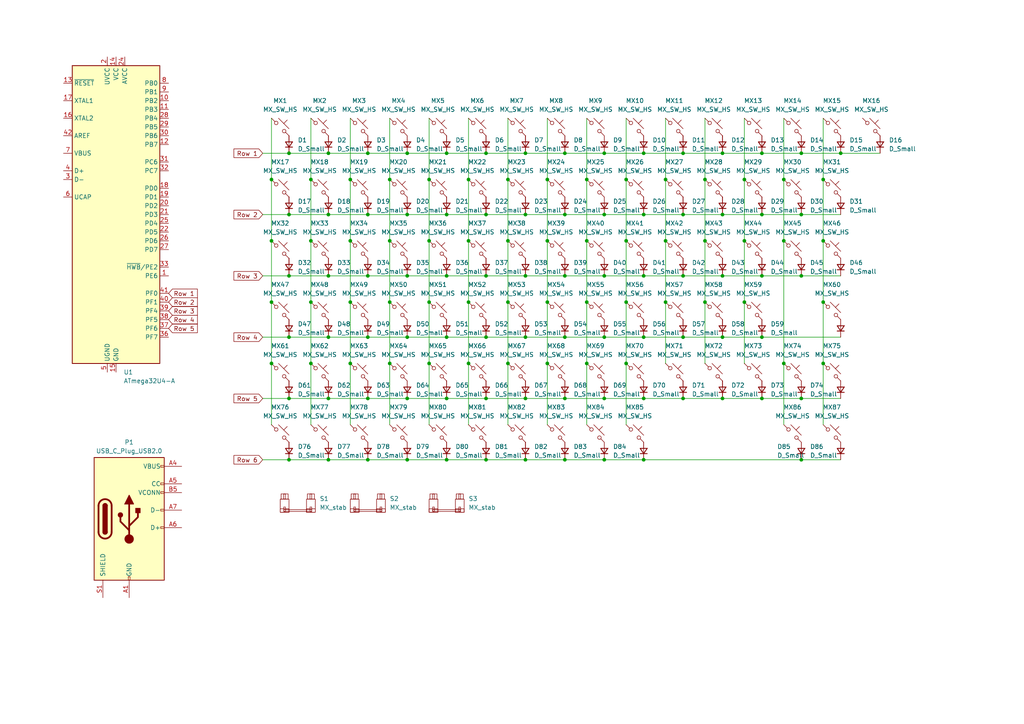
<source format=kicad_sch>
(kicad_sch (version 20230121) (generator eeschema)
  (paper "A4")
  (junction (at 163.83 97.79))
  (junction (at 118.11 133.35))
  (junction (at 181.61 69.85))
  (junction (at 147.32 105.41))
  (junction (at 83.82 133.35))
  (junction (at 175.26 97.79))
  (junction (at 163.83 115.57))
  (junction (at 193.04 69.85))
  (junction (at 204.47 69.85))
  (junction (at 232.41 115.57))
  (junction (at 113.03 87.63))
  (junction (at 186.69 44.45))
  (junction (at 140.97 115.57))
  (junction (at 90.17 69.85))
  (junction (at 140.97 44.45))
  (junction (at 220.98 115.57))
  (junction (at 129.54 80.01))
  (junction (at 147.32 52.07))
  (junction (at 215.9 87.63))
  (junction (at 118.11 80.01))
  (junction (at 83.82 62.23))
  (junction (at 118.11 62.23))
  (junction (at 204.47 52.07))
  (junction (at 95.25 80.01))
  (junction (at 232.41 62.23))
  (junction (at 209.55 80.01))
  (junction (at 170.18 52.07))
  (junction (at 227.33 69.85))
  (junction (at 106.68 44.45))
  (junction (at 215.9 52.07))
  (junction (at 113.03 52.07))
  (junction (at 198.12 62.23))
  (junction (at 124.46 69.85))
  (junction (at 90.17 52.07))
  (junction (at 163.83 44.45))
  (junction (at 175.26 62.23))
  (junction (at 95.25 133.35))
  (junction (at 232.41 133.35))
  (junction (at 95.25 115.57))
  (junction (at 186.69 62.23))
  (junction (at 106.68 133.35))
  (junction (at 135.89 87.63))
  (junction (at 140.97 80.01))
  (junction (at 124.46 105.41))
  (junction (at 118.11 44.45))
  (junction (at 198.12 97.79))
  (junction (at 78.74 87.63))
  (junction (at 129.54 97.79))
  (junction (at 101.6 52.07))
  (junction (at 209.55 115.57))
  (junction (at 106.68 115.57))
  (junction (at 232.41 80.01))
  (junction (at 106.68 80.01))
  (junction (at 220.98 62.23))
  (junction (at 238.76 69.85))
  (junction (at 101.6 105.41))
  (junction (at 238.76 52.07))
  (junction (at 170.18 105.41))
  (junction (at 186.69 133.35))
  (junction (at 198.12 80.01))
  (junction (at 163.83 80.01))
  (junction (at 135.89 69.85))
  (junction (at 129.54 62.23))
  (junction (at 90.17 105.41))
  (junction (at 78.74 105.41))
  (junction (at 186.69 80.01))
  (junction (at 83.82 97.79))
  (junction (at 204.47 87.63))
  (junction (at 186.69 97.79))
  (junction (at 101.6 69.85))
  (junction (at 106.68 62.23))
  (junction (at 158.75 105.41))
  (junction (at 227.33 52.07))
  (junction (at 238.76 87.63))
  (junction (at 140.97 62.23))
  (junction (at 175.26 44.45))
  (junction (at 78.74 52.07))
  (junction (at 124.46 52.07))
  (junction (at 209.55 62.23))
  (junction (at 83.82 115.57))
  (junction (at 175.26 115.57))
  (junction (at 83.82 44.45))
  (junction (at 175.26 133.35))
  (junction (at 113.03 105.41))
  (junction (at 78.74 69.85))
  (junction (at 158.75 69.85))
  (junction (at 238.76 105.41))
  (junction (at 232.41 44.45))
  (junction (at 124.46 87.63))
  (junction (at 220.98 44.45))
  (junction (at 129.54 115.57))
  (junction (at 129.54 44.45))
  (junction (at 118.11 97.79))
  (junction (at 152.4 115.57))
  (junction (at 163.83 133.35))
  (junction (at 152.4 97.79))
  (junction (at 170.18 69.85))
  (junction (at 193.04 52.07))
  (junction (at 198.12 44.45))
  (junction (at 140.97 97.79))
  (junction (at 181.61 105.41))
  (junction (at 129.54 133.35))
  (junction (at 198.12 115.57))
  (junction (at 193.04 87.63))
  (junction (at 152.4 62.23))
  (junction (at 158.75 87.63))
  (junction (at 90.17 87.63))
  (junction (at 95.25 44.45))
  (junction (at 95.25 97.79))
  (junction (at 220.98 97.79))
  (junction (at 163.83 62.23))
  (junction (at 215.9 69.85))
  (junction (at 140.97 133.35))
  (junction (at 170.18 87.63))
  (junction (at 227.33 105.41))
  (junction (at 83.82 80.01))
  (junction (at 209.55 97.79))
  (junction (at 101.6 87.63))
  (junction (at 209.55 44.45))
  (junction (at 175.26 80.01))
  (junction (at 95.25 62.23))
  (junction (at 152.4 133.35))
  (junction (at 113.03 69.85))
  (junction (at 152.4 44.45))
  (junction (at 158.75 52.07))
  (junction (at 147.32 69.85))
  (junction (at 181.61 87.63))
  (junction (at 147.32 87.63))
  (junction (at 181.61 52.07))
  (junction (at 135.89 52.07))
  (junction (at 152.4 80.01))
  (junction (at 135.89 105.41))
  (junction (at 243.84 44.45))
  (junction (at 118.11 115.57))
  (junction (at 106.68 97.79))
  (junction (at 186.69 115.57))
  (junction (at 220.98 80.01))
  (wire (pts (xy 124.46 87.63) (xy 124.46 105.41)))
  (wire (pts (xy 135.89 69.85) (xy 135.89 87.63)))
  (wire (pts (xy 238.76 52.07) (xy 238.76 69.85)))
  (wire (pts (xy 95.25 115.57) (xy 106.68 115.57)))
  (wire (pts (xy 129.54 133.35) (xy 140.97 133.35)))
  (wire (pts (xy 83.82 62.23) (xy 95.25 62.23)))
  (wire (pts (xy 76.2 97.79) (xy 83.82 97.79)))
  (wire (pts (xy 215.9 87.63) (xy 215.9 105.41)))
  (wire (pts (xy 204.47 87.63) (xy 204.47 105.41)))
  (wire (pts (xy 113.03 34.29) (xy 113.03 52.07)))
  (wire (pts (xy 76.2 80.01) (xy 83.82 80.01)))
  (wire (pts (xy 135.89 105.41) (xy 135.89 123.19)))
  (wire (pts (xy 152.4 133.35) (xy 163.83 133.35)))
  (wire (pts (xy 232.41 44.45) (xy 243.84 44.45)))
  (wire (pts (xy 220.98 62.23) (xy 232.41 62.23)))
  (wire (pts (xy 209.55 115.57) (xy 220.98 115.57)))
  (wire (pts (xy 124.46 52.07) (xy 124.46 69.85)))
  (wire (pts (xy 186.69 115.57) (xy 198.12 115.57)))
  (wire (pts (xy 158.75 52.07) (xy 158.75 69.85)))
  (wire (pts (xy 118.11 133.35) (xy 129.54 133.35)))
  (wire (pts (xy 113.03 69.85) (xy 113.03 87.63)))
  (wire (pts (xy 209.55 80.01) (xy 220.98 80.01)))
  (wire (pts (xy 220.98 97.79) (xy 243.84 97.79)))
  (wire (pts (xy 175.26 44.45) (xy 186.69 44.45)))
  (wire (pts (xy 118.11 115.57) (xy 129.54 115.57)))
  (wire (pts (xy 95.25 80.01) (xy 106.68 80.01)))
  (wire (pts (xy 140.97 62.23) (xy 152.4 62.23)))
  (wire (pts (xy 129.54 80.01) (xy 140.97 80.01)))
  (wire (pts (xy 147.32 69.85) (xy 147.32 87.63)))
  (wire (pts (xy 101.6 52.07) (xy 101.6 69.85)))
  (wire (pts (xy 90.17 34.29) (xy 90.17 52.07)))
  (wire (pts (xy 198.12 97.79) (xy 209.55 97.79)))
  (wire (pts (xy 181.61 87.63) (xy 181.61 105.41)))
  (wire (pts (xy 152.4 62.23) (xy 163.83 62.23)))
  (wire (pts (xy 140.97 133.35) (xy 152.4 133.35)))
  (wire (pts (xy 170.18 69.85) (xy 170.18 87.63)))
  (wire (pts (xy 238.76 123.19) (xy 238.76 105.41)))
  (wire (pts (xy 163.83 115.57) (xy 175.26 115.57)))
  (wire (pts (xy 90.17 87.63) (xy 90.17 105.41)))
  (wire (pts (xy 90.17 52.07) (xy 90.17 69.85)))
  (wire (pts (xy 175.26 115.57) (xy 186.69 115.57)))
  (wire (pts (xy 163.83 97.79) (xy 175.26 97.79)))
  (wire (pts (xy 227.33 52.07) (xy 227.33 69.85)))
  (wire (pts (xy 140.97 97.79) (xy 152.4 97.79)))
  (wire (pts (xy 243.84 44.45) (xy 255.27 44.45)))
  (wire (pts (xy 76.2 44.45) (xy 83.82 44.45)))
  (wire (pts (xy 181.61 52.07) (xy 181.61 69.85)))
  (wire (pts (xy 181.61 105.41) (xy 181.61 123.19)))
  (wire (pts (xy 135.89 52.07) (xy 135.89 69.85)))
  (wire (pts (xy 215.9 34.29) (xy 215.9 52.07)))
  (wire (pts (xy 238.76 69.85) (xy 238.76 87.63)))
  (wire (pts (xy 140.97 80.01) (xy 152.4 80.01)))
  (wire (pts (xy 129.54 115.57) (xy 140.97 115.57)))
  (wire (pts (xy 163.83 44.45) (xy 175.26 44.45)))
  (wire (pts (xy 186.69 133.35) (xy 232.41 133.35)))
  (wire (pts (xy 158.75 105.41) (xy 158.75 123.19)))
  (wire (pts (xy 83.82 133.35) (xy 95.25 133.35)))
  (wire (pts (xy 129.54 62.23) (xy 140.97 62.23)))
  (wire (pts (xy 170.18 52.07) (xy 170.18 69.85)))
  (wire (pts (xy 227.33 105.41) (xy 227.33 123.19)))
  (wire (pts (xy 186.69 62.23) (xy 198.12 62.23)))
  (wire (pts (xy 140.97 44.45) (xy 152.4 44.45)))
  (wire (pts (xy 140.97 115.57) (xy 152.4 115.57)))
  (wire (pts (xy 186.69 80.01) (xy 198.12 80.01)))
  (wire (pts (xy 101.6 87.63) (xy 101.6 105.41)))
  (wire (pts (xy 129.54 44.45) (xy 140.97 44.45)))
  (wire (pts (xy 220.98 80.01) (xy 232.41 80.01)))
  (wire (pts (xy 90.17 105.41) (xy 90.17 123.19)))
  (wire (pts (xy 175.26 80.01) (xy 186.69 80.01)))
  (wire (pts (xy 83.82 97.79) (xy 95.25 97.79)))
  (wire (pts (xy 227.33 34.29) (xy 227.33 52.07)))
  (wire (pts (xy 106.68 44.45) (xy 118.11 44.45)))
  (wire (pts (xy 147.32 105.41) (xy 147.32 123.19)))
  (wire (pts (xy 193.04 69.85) (xy 193.04 87.63)))
  (wire (pts (xy 227.33 69.85) (xy 227.33 105.41)))
  (wire (pts (xy 106.68 133.35) (xy 118.11 133.35)))
  (wire (pts (xy 124.46 69.85) (xy 124.46 87.63)))
  (wire (pts (xy 152.4 115.57) (xy 163.83 115.57)))
  (wire (pts (xy 106.68 80.01) (xy 118.11 80.01)))
  (wire (pts (xy 95.25 44.45) (xy 106.68 44.45)))
  (wire (pts (xy 124.46 34.29) (xy 124.46 52.07)))
  (wire (pts (xy 152.4 44.45) (xy 163.83 44.45)))
  (wire (pts (xy 124.46 105.41) (xy 124.46 123.19)))
  (wire (pts (xy 118.11 62.23) (xy 129.54 62.23)))
  (wire (pts (xy 95.25 62.23) (xy 106.68 62.23)))
  (wire (pts (xy 101.6 34.29) (xy 101.6 52.07)))
  (wire (pts (xy 78.74 52.07) (xy 78.74 69.85)))
  (wire (pts (xy 118.11 97.79) (xy 129.54 97.79)))
  (wire (pts (xy 76.2 115.57) (xy 83.82 115.57)))
  (wire (pts (xy 90.17 69.85) (xy 90.17 87.63)))
  (wire (pts (xy 101.6 105.41) (xy 101.6 123.19)))
  (wire (pts (xy 106.68 62.23) (xy 118.11 62.23)))
  (wire (pts (xy 204.47 52.07) (xy 204.47 69.85)))
  (wire (pts (xy 147.32 52.07) (xy 147.32 69.85)))
  (wire (pts (xy 106.68 97.79) (xy 118.11 97.79)))
  (wire (pts (xy 232.41 62.23) (xy 243.84 62.23)))
  (wire (pts (xy 198.12 115.57) (xy 209.55 115.57)))
  (wire (pts (xy 152.4 97.79) (xy 163.83 97.79)))
  (wire (pts (xy 232.41 80.01) (xy 243.84 80.01)))
  (wire (pts (xy 170.18 87.63) (xy 170.18 105.41)))
  (wire (pts (xy 181.61 34.29) (xy 181.61 52.07)))
  (wire (pts (xy 158.75 87.63) (xy 158.75 105.41)))
  (wire (pts (xy 78.74 34.29) (xy 78.74 52.07)))
  (wire (pts (xy 158.75 34.29) (xy 158.75 52.07)))
  (wire (pts (xy 101.6 69.85) (xy 101.6 87.63)))
  (wire (pts (xy 209.55 62.23) (xy 220.98 62.23)))
  (wire (pts (xy 170.18 105.41) (xy 170.18 123.19)))
  (wire (pts (xy 76.2 62.23) (xy 83.82 62.23)))
  (wire (pts (xy 193.04 52.07) (xy 193.04 69.85)))
  (wire (pts (xy 158.75 69.85) (xy 158.75 87.63)))
  (wire (pts (xy 193.04 87.63) (xy 193.04 105.41)))
  (wire (pts (xy 83.82 80.01) (xy 95.25 80.01)))
  (wire (pts (xy 163.83 62.23) (xy 175.26 62.23)))
  (wire (pts (xy 175.26 133.35) (xy 186.69 133.35)))
  (wire (pts (xy 83.82 44.45) (xy 95.25 44.45)))
  (wire (pts (xy 147.32 34.29) (xy 147.32 52.07)))
  (wire (pts (xy 204.47 69.85) (xy 204.47 87.63)))
  (wire (pts (xy 95.25 133.35) (xy 106.68 133.35)))
  (wire (pts (xy 76.2 133.35) (xy 83.82 133.35)))
  (wire (pts (xy 204.47 34.29) (xy 204.47 52.07)))
  (wire (pts (xy 193.04 34.29) (xy 193.04 52.07)))
  (wire (pts (xy 238.76 34.29) (xy 238.76 52.07)))
  (wire (pts (xy 215.9 52.07) (xy 215.9 69.85)))
  (wire (pts (xy 209.55 44.45) (xy 220.98 44.45)))
  (wire (pts (xy 78.74 105.41) (xy 78.74 123.19)))
  (wire (pts (xy 78.74 87.63) (xy 78.74 105.41)))
  (wire (pts (xy 78.74 69.85) (xy 78.74 87.63)))
  (wire (pts (xy 198.12 80.01) (xy 209.55 80.01)))
  (wire (pts (xy 129.54 97.79) (xy 140.97 97.79)))
  (wire (pts (xy 220.98 44.45) (xy 232.41 44.45)))
  (wire (pts (xy 113.03 87.63) (xy 113.03 105.41)))
  (wire (pts (xy 106.68 115.57) (xy 118.11 115.57)))
  (wire (pts (xy 113.03 105.41) (xy 113.03 123.19)))
  (wire (pts (xy 186.69 97.79) (xy 198.12 97.79)))
  (wire (pts (xy 186.69 44.45) (xy 198.12 44.45)))
  (wire (pts (xy 220.98 115.57) (xy 232.41 115.57)))
  (wire (pts (xy 170.18 34.29) (xy 170.18 52.07)))
  (wire (pts (xy 238.76 87.63) (xy 238.76 105.41)))
  (wire (pts (xy 198.12 62.23) (xy 209.55 62.23)))
  (wire (pts (xy 181.61 69.85) (xy 181.61 87.63)))
  (wire (pts (xy 232.41 133.35) (xy 243.84 133.35)))
  (wire (pts (xy 118.11 44.45) (xy 129.54 44.45)))
  (wire (pts (xy 175.26 97.79) (xy 186.69 97.79)))
  (wire (pts (xy 198.12 44.45) (xy 209.55 44.45)))
  (wire (pts (xy 113.03 52.07) (xy 113.03 69.85)))
  (wire (pts (xy 95.25 97.79) (xy 106.68 97.79)))
  (wire (pts (xy 147.32 87.63) (xy 147.32 105.41)))
  (wire (pts (xy 209.55 97.79) (xy 220.98 97.79)))
  (wire (pts (xy 152.4 80.01) (xy 163.83 80.01)))
  (wire (pts (xy 232.41 115.57) (xy 243.84 115.57)))
  (wire (pts (xy 135.89 34.29) (xy 135.89 52.07)))
  (wire (pts (xy 163.83 133.35) (xy 175.26 133.35)))
  (wire (pts (xy 118.11 80.01) (xy 129.54 80.01)))
  (wire (pts (xy 163.83 80.01) (xy 175.26 80.01)))
  (wire (pts (xy 175.26 62.23) (xy 186.69 62.23)))
  (wire (pts (xy 215.9 69.85) (xy 215.9 87.63)))
  (wire (pts (xy 83.82 115.57) (xy 95.25 115.57)))
  (wire (pts (xy 135.89 87.63) (xy 135.89 105.41)))
  (global_label "Row 2" (shape input) (at 76.2 62.23 180) (property "Intersheetrefs" "${INTERSHEET_REFS}" (effects hide)))
  (global_label "Row 2" (shape input) (at 48.895 87.63 0) (property "Intersheetrefs" "${INTERSHEET_REFS}" (effects hide)))
  (global_label "Row 6" (shape input) (at 76.2 133.35 180) (property "Intersheetrefs" "${INTERSHEET_REFS}" (effects hide)))
  (global_label "Row 5" (shape input) (at 48.895 95.25 0) (property "Intersheetrefs" "${INTERSHEET_REFS}" (effects hide)))
  (global_label "Row 4" (shape input) (at 48.895 92.71 0) (property "Intersheetrefs" "${INTERSHEET_REFS}" (effects hide)))
  (global_label "Row 1" (shape input) (at 76.2 44.45 180) (property "Intersheetrefs" "${INTERSHEET_REFS}" (effects hide)))
  (global_label "Row 5" (shape input) (at 76.2 115.57 180) (property "Intersheetrefs" "${INTERSHEET_REFS}" (effects hide)))
  (global_label "Row 1" (shape input) (at 48.895 85.09 0) (property "Intersheetrefs" "${INTERSHEET_REFS}" (effects hide)))
  (global_label "Row 4" (shape input) (at 76.2 97.79 180) (property "Intersheetrefs" "${INTERSHEET_REFS}" (effects hide)))
  (global_label "Row 3" (shape input) (at 48.895 90.17 0) (property "Intersheetrefs" "${INTERSHEET_REFS}" (effects hide)))
  (global_label "Row 3" (shape input) (at 76.2 80.01 180) (property "Intersheetrefs" "${INTERSHEET_REFS}" (effects hide)))
  (symbol (lib_id "PCM_marbastlib-mx:MX_SW_HS") (at 104.14 54.61 0) (unit 1)
    (property "Reference" "MX19" (at 104.14 46.99 0))
    (property "Value" "MX_SW_HS" (at 104.14 49.53 0))
    (property "Footprint" "PCM_marbastlib-mx:SW_MX_HS_1u" (effects hide))
  )
  (symbol (lib_id "PCM_marbastlib-mx:MX_SW_HS") (at 138.43 72.39 0) (unit 1)
    (property "Reference" "MX37" (at 138.43 64.77 0))
    (property "Value" "MX_SW_HS" (at 138.43 67.31 0))
    (property "Footprint" "PCM_marbastlib-mx:SW_MX_HS_1u" (effects hide))
  )
  (symbol (lib_id "Device:D_Small") (at 106.68 95.25 90) (unit 1)
    (property "Reference" "D49" (at 109.22 93.98 90) (effects (justify right)))
    (property "Value" "D_Small" (at 109.22 96.52 90) (effects (justify right)))
    (property "Footprint" "Diode_SMD:D_SOD-123" (effects hide))
    (property "Sim.Device" "D" (effects hide))
    (property "Sim.Pins" "1=K 2=A" (effects hide))
  )
  (symbol (lib_id "PCM_marbastlib-mx:MX_SW_HS") (at 92.71 72.39 0) (unit 1)
    (property "Reference" "MX33" (at 92.71 64.77 0))
    (property "Value" "MX_SW_HS" (at 92.71 67.31 0))
    (property "Footprint" "PCM_marbastlib-mx:SW_MX_HS_1u" (effects hide))
  )
  (symbol (lib_id "PCM_marbastlib-mx:MX_SW_HS") (at 241.3 72.39 0) (unit 1)
    (property "Reference" "MX46" (at 241.3 64.77 0))
    (property "Value" "MX_SW_HS" (at 241.3 67.31 0))
    (property "Footprint" "PCM_marbastlib-mx:SW_MX_HS_1u" (effects hide))
  )
  (symbol (lib_id "PCM_marbastlib-mx:MX_SW_HS") (at 229.87 72.39 0) (unit 1)
    (property "Reference" "MX45" (at 229.87 64.77 0))
    (property "Value" "MX_SW_HS" (at 229.87 67.31 0))
    (property "Footprint" "PCM_marbastlib-mx:SW_MX_HS_1u" (effects hide))
  )
  (symbol (lib_id "Device:D_Small") (at 163.83 41.91 90) (unit 1)
    (property "Reference" "D8" (at 166.37 40.64 90) (effects (justify right)))
    (property "Value" "D_Small" (at 166.37 43.18 90) (effects (justify right)))
    (property "Footprint" "Diode_SMD:D_SOD-123" (effects hide))
    (property "Sim.Device" "D" (effects hide))
    (property "Sim.Pins" "1=K 2=A" (effects hide))
  )
  (symbol (lib_id "Device:D_Small") (at 220.98 113.03 90) (unit 1)
    (property "Reference" "D73" (at 223.52 111.76 90) (effects (justify right)))
    (property "Value" "D_Small" (at 223.52 114.3 90) (effects (justify right)))
    (property "Footprint" "Diode_SMD:D_SOD-123" (effects hide))
    (property "Sim.Device" "D" (effects hide))
    (property "Sim.Pins" "1=K 2=A" (effects hide))
  )
  (symbol (lib_id "Device:D_Small") (at 118.11 113.03 90) (unit 1)
    (property "Reference" "D64" (at 120.65 111.76 90) (effects (justify right)))
    (property "Value" "D_Small" (at 120.65 114.3 90) (effects (justify right)))
    (property "Footprint" "Diode_SMD:D_SOD-123" (effects hide))
    (property "Sim.Device" "D" (effects hide))
    (property "Sim.Pins" "1=K 2=A" (effects hide))
  )
  (symbol (lib_id "Device:D_Small") (at 129.54 59.69 90) (unit 1)
    (property "Reference" "D21" (at 132.08 58.42 90) (effects (justify right)))
    (property "Value" "D_Small" (at 132.08 60.96 90) (effects (justify right)))
    (property "Footprint" "Diode_SMD:D_SOD-123" (effects hide))
    (property "Sim.Device" "D" (effects hide))
    (property "Sim.Pins" "1=K 2=A" (effects hide))
  )
  (symbol (lib_id "Device:D_Small") (at 106.68 113.03 90) (unit 1)
    (property "Reference" "D63" (at 109.22 111.76 90) (effects (justify right)))
    (property "Value" "D_Small" (at 109.22 114.3 90) (effects (justify right)))
    (property "Footprint" "Diode_SMD:D_SOD-123" (effects hide))
    (property "Sim.Device" "D" (effects hide))
    (property "Sim.Pins" "1=K 2=A" (effects hide))
  )
  (symbol (lib_id "PCM_marbastlib-mx:MX_SW_HS") (at 207.01 107.95 0) (unit 1)
    (property "Reference" "MX72" (at 207.01 100.33 0))
    (property "Value" "MX_SW_HS" (at 207.01 102.87 0))
    (property "Footprint" "PCM_marbastlib-mx:SW_MX_HS_1u" (effects hide))
  )
  (symbol (lib_id "Device:D_Small") (at 232.41 77.47 90) (unit 1)
    (property "Reference" "D45" (at 234.95 76.2 90) (effects (justify right)))
    (property "Value" "D_Small" (at 234.95 78.74 90) (effects (justify right)))
    (property "Footprint" "Diode_SMD:D_SOD-123" (effects hide))
    (property "Sim.Device" "D" (effects hide))
    (property "Sim.Pins" "1=K 2=A" (effects hide))
  )
  (symbol (lib_id "Device:D_Small") (at 198.12 77.47 90) (unit 1)
    (property "Reference" "D42" (at 200.66 76.2 90) (effects (justify right)))
    (property "Value" "D_Small" (at 200.66 78.74 90) (effects (justify right)))
    (property "Footprint" "Diode_SMD:D_SOD-123" (effects hide))
    (property "Sim.Device" "D" (effects hide))
    (property "Sim.Pins" "1=K 2=A" (effects hide))
  )
  (symbol (lib_id "PCM_marbastlib-mx:MX_SW_HS") (at 184.15 90.17 0) (unit 1)
    (property "Reference" "MX56" (at 184.15 82.55 0))
    (property "Value" "MX_SW_HS" (at 184.15 85.09 0))
    (property "Footprint" "PCM_marbastlib-mx:SW_MX_HS_1u" (effects hide))
  )
  (symbol (lib_id "Device:D_Small") (at 175.26 95.25 90) (unit 1)
    (property "Reference" "D55" (at 177.8 93.98 90) (effects (justify right)))
    (property "Value" "D_Small" (at 177.8 96.52 90) (effects (justify right)))
    (property "Footprint" "Diode_SMD:D_SOD-123" (effects hide))
    (property "Sim.Device" "D" (effects hide))
    (property "Sim.Pins" "1=K 2=A" (effects hide))
  )
  (symbol (lib_id "PCM_marbastlib-mx:MX_SW_HS") (at 149.86 125.73 0) (unit 1)
    (property "Reference" "MX82" (at 149.86 118.11 0))
    (property "Value" "MX_SW_HS" (at 149.86 120.65 0))
    (property "Footprint" "PCM_marbastlib-mx:SW_MX_HS_1u" (effects hide))
  )
  (symbol (lib_id "Device:D_Small") (at 106.68 41.91 90) (unit 1)
    (property "Reference" "D3" (at 109.22 40.64 90) (effects (justify right)))
    (property "Value" "D_Small" (at 109.22 43.18 90) (effects (justify right)))
    (property "Footprint" "Diode_SMD:D_SOD-123" (effects hide))
    (property "Sim.Device" "D" (effects hide))
    (property "Sim.Pins" "1=K 2=A" (effects hide))
  )
  (symbol (lib_id "Device:D_Small") (at 220.98 59.69 90) (unit 1)
    (property "Reference" "D29" (at 223.52 58.42 90) (effects (justify right)))
    (property "Value" "D_Small" (at 223.52 60.96 90) (effects (justify right)))
    (property "Footprint" "Diode_SMD:D_SOD-123" (effects hide))
    (property "Sim.Device" "D" (effects hide))
    (property "Sim.Pins" "1=K 2=A" (effects hide))
  )
  (symbol (lib_id "Device:D_Small") (at 186.69 130.81 90) (unit 1)
    (property "Reference" "D85" (at 225.425 129.54 90) (effects (justify right)))
    (property "Value" "D_Small" (at 225.425 132.08 90) (effects (justify right)))
    (property "Footprint" "Diode_SMD:D_SOD-123" (effects hide))
    (property "Sim.Device" "D" (effects hide))
    (property "Sim.Pins" "1=K 2=A" (effects hide))
  )
  (symbol (lib_id "PCM_marbastlib-mx:MX_stab") (at 129.54 146.05 0) (unit 1)
    (property "Reference" "S3" (at 135.89 144.653 0) (effects (justify left)))
    (property "Value" "MX_stab" (at 135.89 147.193 0) (effects (justify left)))
    (property "Footprint" "PCM_marbastlib-mx:STAB_MX_P_4.5u" (effects hide))
  )
  (symbol (lib_id "Device:D_Small") (at 118.11 77.47 90) (unit 1)
    (property "Reference" "D35" (at 120.65 76.2 90) (effects (justify right)))
    (property "Value" "D_Small" (at 120.65 78.74 90) (effects (justify right)))
    (property "Footprint" "Diode_SMD:D_SOD-123" (effects hide))
    (property "Sim.Device" "D" (effects hide))
    (property "Sim.Pins" "1=K 2=A" (effects hide))
  )
  (symbol (lib_id "PCM_marbastlib-mx:MX_SW_HS") (at 172.72 107.95 0) (unit 1)
    (property "Reference" "MX69" (at 172.72 100.33 0))
    (property "Value" "MX_SW_HS" (at 172.72 102.87 0))
    (property "Footprint" "PCM_marbastlib-mx:SW_MX_HS_1u" (effects hide))
  )
  (symbol (lib_id "PCM_marbastlib-mx:MX_SW_HS") (at 161.29 107.95 0) (unit 1)
    (property "Reference" "MX68" (at 161.29 100.33 0))
    (property "Value" "MX_SW_HS" (at 161.29 102.87 0))
    (property "Footprint" "PCM_marbastlib-mx:SW_MX_HS_1u" (effects hide))
  )
  (symbol (lib_id "PCM_marbastlib-mx:MX_SW_HS") (at 241.3 90.17 0) (unit 1)
    (property "Reference" "MX60" (at 241.3 82.55 0))
    (property "Value" "MX_SW_HS" (at 241.3 85.09 0))
    (property "Footprint" "PCM_marbastlib-mx:SW_MX_HS_1u" (effects hide))
  )
  (symbol (lib_id "Device:D_Small") (at 140.97 130.81 90) (unit 1)
    (property "Reference" "D81" (at 143.51 129.54 90) (effects (justify right)))
    (property "Value" "D_Small" (at 143.51 132.08 90) (effects (justify right)))
    (property "Footprint" "Diode_SMD:D_SOD-123" (effects hide))
    (property "Sim.Device" "D" (effects hide))
    (property "Sim.Pins" "1=K 2=A" (effects hide))
  )
  (symbol (lib_id "PCM_marbastlib-mx:MX_SW_HS") (at 184.15 36.83 0) (unit 1)
    (property "Reference" "MX10" (at 184.15 29.21 0))
    (property "Value" "MX_SW_HS" (at 184.15 31.75 0))
    (property "Footprint" "PCM_marbastlib-mx:SW_MX_HS_1u" (effects hide))
  )
  (symbol (lib_id "Device:D_Small") (at 243.84 77.47 90) (unit 1)
    (property "Reference" "D46" (at 246.38 76.2 90) (effects (justify right)))
    (property "Value" "D_Small" (at 246.38 78.74 90) (effects (justify right)))
    (property "Footprint" "Diode_SMD:D_SOD-123" (effects hide))
    (property "Sim.Device" "D" (effects hide))
    (property "Sim.Pins" "1=K 2=A" (effects hide))
  )
  (symbol (lib_id "PCM_marbastlib-mx:MX_SW_HS") (at 161.29 36.83 0) (unit 1)
    (property "Reference" "MX8" (at 161.29 29.21 0))
    (property "Value" "MX_SW_HS" (at 161.29 31.75 0))
    (property "Footprint" "PCM_marbastlib-mx:SW_MX_HS_1u" (effects hide))
  )
  (symbol (lib_id "Device:D_Small") (at 243.84 59.69 90) (unit 1)
    (property "Reference" "D31" (at 246.38 58.42 90) (effects (justify right)))
    (property "Value" "D_Small" (at 246.38 60.96 90) (effects (justify right)))
    (property "Footprint" "Diode_SMD:D_SOD-123" (effects hide))
    (property "Sim.Device" "D" (effects hide))
    (property "Sim.Pins" "1=K 2=A" (effects hide))
  )
  (symbol (lib_id "PCM_marbastlib-mx:MX_SW_HS") (at 149.86 54.61 0) (unit 1)
    (property "Reference" "MX23" (at 149.86 46.99 0))
    (property "Value" "MX_SW_HS" (at 149.86 49.53 0))
    (property "Footprint" "PCM_marbastlib-mx:SW_MX_HS_1u" (effects hide))
  )
  (symbol (lib_id "Device:D_Small") (at 140.97 41.91 90) (unit 1)
    (property "Reference" "D6" (at 143.51 40.64 90) (effects (justify right)))
    (property "Value" "D_Small" (at 143.51 43.18 90) (effects (justify right)))
    (property "Footprint" "Diode_SMD:D_SOD-123" (effects hide))
    (property "Sim.Device" "D" (effects hide))
    (property "Sim.Pins" "1=K 2=A" (effects hide))
  )
  (symbol (lib_id "Device:D_Small") (at 243.84 95.25 90) (unit 1)
    (property "Reference" "D60" (effects hide))
    (property "Value" "D_Small" (effects hide))
    (property "Footprint" "Diode_SMD:D_SOD-123" (effects hide))
    (property "Sim.Device" "D" (effects hide))
    (property "Sim.Pins" "1=K 2=A" (effects hide))
  )
  (symbol (lib_id "Device:D_Small") (at 175.26 77.47 90) (unit 1)
    (property "Reference" "D40" (at 177.8 76.2 90) (effects (justify right)))
    (property "Value" "D_Small" (at 177.8 78.74 90) (effects (justify right)))
    (property "Footprint" "Diode_SMD:D_SOD-123" (effects hide))
    (property "Sim.Device" "D" (effects hide))
    (property "Sim.Pins" "1=K 2=A" (effects hide))
  )
  (symbol (lib_id "PCM_marbastlib-mx:MX_SW_HS") (at 138.43 125.73 0) (unit 1)
    (property "Reference" "MX81" (at 138.43 118.11 0))
    (property "Value" "MX_SW_HS" (at 138.43 120.65 0))
    (property "Footprint" "PCM_marbastlib-mx:SW_MX_HS_1u" (effects hide))
  )
  (symbol (lib_id "Device:D_Small") (at 198.12 59.69 90) (unit 1)
    (property "Reference" "D27" (at 200.66 58.42 90) (effects (justify right)))
    (property "Value" "D_Small" (at 200.66 60.96 90) (effects (justify right)))
    (property "Footprint" "Diode_SMD:D_SOD-123" (effects hide))
    (property "Sim.Device" "D" (effects hide))
    (property "Sim.Pins" "1=K 2=A" (effects hide))
  )
  (symbol (lib_id "PCM_marbastlib-mx:MX_SW_HS") (at 149.86 107.95 0) (unit 1)
    (property "Reference" "MX67" (at 149.86 100.33 0))
    (property "Value" "MX_SW_HS" (at 149.86 102.87 0))
    (property "Footprint" "PCM_marbastlib-mx:SW_MX_HS_1u" (effects hide))
  )
  (symbol (lib_id "PCM_marbastlib-mx:MX_SW_HS") (at 138.43 90.17 0) (unit 1)
    (property "Reference" "MX52" (at 138.43 82.55 0))
    (property "Value" "MX_SW_HS" (at 138.43 85.09 0))
    (property "Footprint" "PCM_marbastlib-mx:SW_MX_HS_1u" (effects hide))
  )
  (symbol (lib_id "PCM_marbastlib-mx:MX_SW_HS") (at 229.87 107.95 0) (unit 1)
    (property "Reference" "MX74" (at 229.87 100.33 0))
    (property "Value" "MX_SW_HS" (at 229.87 102.87 0))
    (property "Footprint" "PCM_marbastlib-mx:SW_MX_HS_1u" (effects hide))
  )
  (symbol (lib_id "Device:D_Small") (at 243.84 41.91 90) (unit 1)
    (property "Reference" "D15" (at 246.38 40.64 90) (effects (justify right)))
    (property "Value" "D_Small" (at 246.38 43.18 90) (effects (justify right)))
    (property "Footprint" "Diode_SMD:D_SOD-123" (effects hide))
    (property "Sim.Device" "D" (effects hide))
    (property "Sim.Pins" "1=K 2=A" (effects hide))
  )
  (symbol (lib_id "PCM_marbastlib-mx:MX_SW_HS") (at 207.01 36.83 0) (unit 1)
    (property "Reference" "MX12" (at 207.01 29.21 0))
    (property "Value" "MX_SW_HS" (at 207.01 31.75 0))
    (property "Footprint" "PCM_marbastlib-mx:SW_MX_HS_1u" (effects hide))
  )
  (symbol (lib_id "Device:D_Small") (at 95.25 95.25 90) (unit 1)
    (property "Reference" "D48" (at 97.79 93.98 90) (effects (justify right)))
    (property "Value" "D_Small" (at 97.79 96.52 90) (effects (justify right)))
    (property "Footprint" "Diode_SMD:D_SOD-123" (effects hide))
    (property "Sim.Device" "D" (effects hide))
    (property "Sim.Pins" "1=K 2=A" (effects hide))
  )
  (symbol (lib_id "PCM_marbastlib-mx:MX_SW_HS") (at 115.57 125.73 0) (unit 1)
    (property "Reference" "MX79" (at 115.57 118.11 0))
    (property "Value" "MX_SW_HS" (at 115.57 120.65 0))
    (property "Footprint" "PCM_marbastlib-mx:SW_MX_HS_1u" (effects hide))
  )
  (symbol (lib_id "Device:D_Small") (at 140.97 95.25 90) (unit 1)
    (property "Reference" "D52" (at 143.51 93.98 90) (effects (justify right)))
    (property "Value" "D_Small" (at 143.51 96.52 90) (effects (justify right)))
    (property "Footprint" "Diode_SMD:D_SOD-123" (effects hide))
    (property "Sim.Device" "D" (effects hide))
    (property "Sim.Pins" "1=K 2=A" (effects hide))
  )
  (symbol (lib_id "PCM_marbastlib-mx:MX_SW_HS") (at 104.14 125.73 0) (unit 1)
    (property "Reference" "MX78" (at 104.14 118.11 0))
    (property "Value" "MX_SW_HS" (at 104.14 120.65 0))
    (property "Footprint" "PCM_marbastlib-mx:SW_MX_HS_1.25u" (effects hide))
  )
  (symbol (lib_id "Device:D_Small") (at 209.55 113.03 90) (unit 1)
    (property "Reference" "D72" (at 212.09 111.76 90) (effects (justify right)))
    (property "Value" "D_Small" (at 212.09 114.3 90) (effects (justify right)))
    (property "Footprint" "Diode_SMD:D_SOD-123" (effects hide))
    (property "Sim.Device" "D" (effects hide))
    (property "Sim.Pins" "1=K 2=A" (effects hide))
  )
  (symbol (lib_id "Device:D_Small") (at 186.69 77.47 90) (unit 1)
    (property "Reference" "D41" (at 189.23 76.2 90) (effects (justify right)))
    (property "Value" "D_Small" (at 189.23 78.74 90) (effects (justify right)))
    (property "Footprint" "Diode_SMD:D_SOD-123" (effects hide))
    (property "Sim.Device" "D" (effects hide))
    (property "Sim.Pins" "1=K 2=A" (effects hide))
  )
  (symbol (lib_id "PCM_marbastlib-mx:MX_SW_HS") (at 207.01 90.17 0) (unit 1)
    (property "Reference" "MX58" (at 207.01 82.55 0))
    (property "Value" "MX_SW_HS" (at 207.01 85.09 0))
    (property "Footprint" "PCM_marbastlib-mx:SW_MX_HS_1u" (effects hide))
  )
  (symbol (lib_id "PCM_marbastlib-mx:MX_SW_HS") (at 138.43 54.61 0) (unit 1)
    (property "Reference" "MX22" (at 138.43 46.99 0))
    (property "Value" "MX_SW_HS" (at 138.43 49.53 0))
    (property "Footprint" "PCM_marbastlib-mx:SW_MX_HS_1u" (effects hide))
  )
  (symbol (lib_id "Device:D_Small") (at 106.68 130.81 90) (unit 1)
    (property "Reference" "D78" (at 109.22 129.54 90) (effects (justify right)))
    (property "Value" "D_Small" (at 109.22 132.08 90) (effects (justify right)))
    (property "Footprint" "Diode_SMD:D_SOD-123" (effects hide))
    (property "Sim.Device" "D" (effects hide))
    (property "Sim.Pins" "1=K 2=A" (effects hide))
  )
  (symbol (lib_id "PCM_marbastlib-mx:MX_SW_HS") (at 127 54.61 0) (unit 1)
    (property "Reference" "MX21" (at 127 46.99 0))
    (property "Value" "MX_SW_HS" (at 127 49.53 0))
    (property "Footprint" "PCM_marbastlib-mx:SW_MX_HS_1u" (effects hide))
  )
  (symbol (lib_id "Device:D_Small") (at 95.25 113.03 90) (unit 1)
    (property "Reference" "D62" (at 97.79 111.76 90) (effects (justify right)))
    (property "Value" "D_Small" (at 97.79 114.3 90) (effects (justify right)))
    (property "Footprint" "Diode_SMD:D_SOD-123" (effects hide))
    (property "Sim.Device" "D" (effects hide))
    (property "Sim.Pins" "1=K 2=A" (effects hide))
  )
  (symbol (lib_id "PCM_marbastlib-mx:MX_SW_HS") (at 81.28 54.61 0) (unit 1)
    (property "Reference" "MX17" (at 81.28 46.99 0))
    (property "Value" "MX_SW_HS" (at 81.28 49.53 0))
    (property "Footprint" "PCM_marbastlib-mx:SW_MX_HS_1u" (effects hide))
  )
  (symbol (lib_id "Device:D_Small") (at 163.83 113.03 90) (unit 1)
    (property "Reference" "D68" (at 166.37 111.76 90) (effects (justify right)))
    (property "Value" "D_Small" (at 166.37 114.3 90) (effects (justify right)))
    (property "Footprint" "Diode_SMD:D_SOD-123" (effects hide))
    (property "Sim.Device" "D" (effects hide))
    (property "Sim.Pins" "1=K 2=A" (effects hide))
  )
  (symbol (lib_id "Device:D_Small") (at 198.12 95.25 90) (unit 1)
    (property "Reference" "D57" (at 200.66 93.98 90) (effects (justify right)))
    (property "Value" "D_Small" (at 200.66 96.52 90) (effects (justify right)))
    (property "Footprint" "Diode_SMD:D_SOD-123" (effects hide))
    (property "Sim.Device" "D" (effects hide))
    (property "Sim.Pins" "1=K 2=A" (effects hide))
  )
  (symbol (lib_id "Device:D_Small") (at 95.25 130.81 90) (unit 1)
    (property "Reference" "D77" (at 97.79 129.54 90) (effects (justify right)))
    (property "Value" "D_Small" (at 97.79 132.08 90) (effects (justify right)))
    (property "Footprint" "Diode_SMD:D_SOD-123" (effects hide))
    (property "Sim.Device" "D" (effects hide))
    (property "Sim.Pins" "1=K 2=A" (effects hide))
  )
  (symbol (lib_id "PCM_marbastlib-mx:MX_SW_HS") (at 115.57 54.61 0) (unit 1)
    (property "Reference" "MX20" (at 115.57 46.99 0))
    (property "Value" "MX_SW_HS" (at 115.57 49.53 0))
    (property "Footprint" "PCM_marbastlib-mx:SW_MX_HS_1u" (effects hide))
  )
  (symbol (lib_id "Device:D_Small") (at 220.98 41.91 90) (unit 1)
    (property "Reference" "D13" (at 223.52 40.64 90) (effects (justify right)))
    (property "Value" "D_Small" (at 223.52 43.18 90) (effects (justify right)))
    (property "Footprint" "Diode_SMD:D_SOD-123" (effects hide))
    (property "Sim.Device" "D" (effects hide))
    (property "Sim.Pins" "1=K 2=A" (effects hide))
  )
  (symbol (lib_id "Device:D_Small") (at 129.54 41.91 90) (unit 1)
    (property "Reference" "D5" (at 132.08 40.64 90) (effects (justify right)))
    (property "Value" "D_Small" (at 132.08 43.18 90) (effects (justify right)))
    (property "Footprint" "Diode_SMD:D_SOD-123" (effects hide))
    (property "Sim.Device" "D" (effects hide))
    (property "Sim.Pins" "1=K 2=A" (effects hide))
  )
  (symbol (lib_id "Device:D_Small") (at 163.83 77.47 90) (unit 1)
    (property "Reference" "D39" (at 166.37 76.2 90) (effects (justify right)))
    (property "Value" "D_Small" (at 166.37 78.74 90) (effects (justify right)))
    (property "Footprint" "Diode_SMD:D_SOD-123" (effects hide))
    (property "Sim.Device" "D" (effects hide))
    (property "Sim.Pins" "1=K 2=A" (effects hide))
  )
  (symbol (lib_id "PCM_marbastlib-mx:MX_SW_HS") (at 104.14 36.83 0) (unit 1)
    (property "Reference" "MX3" (at 104.14 29.21 0))
    (property "Value" "MX_SW_HS" (at 104.14 31.75 0))
    (property "Footprint" "PCM_marbastlib-mx:SW_MX_HS_1u" (effects hide))
  )
  (symbol (lib_id "PCM_marbastlib-mx:MX_SW_HS") (at 127 125.73 0) (unit 1)
    (property "Reference" "MX80" (at 127 118.11 0))
    (property "Value" "MX_SW_HS" (at 127 120.65 0))
    (property "Footprint" "PCM_marbastlib-mx:SW_MX_HS_1u" (effects hide))
  )
  (symbol (lib_id "Device:D_Small") (at 186.69 41.91 90) (unit 1)
    (property "Reference" "D10" (at 189.23 40.64 90) (effects (justify right)))
    (property "Value" "D_Small" (at 189.23 43.18 90) (effects (justify right)))
    (property "Footprint" "Diode_SMD:D_SOD-123" (effects hide))
    (property "Sim.Device" "D" (effects hide))
    (property "Sim.Pins" "1=K 2=A" (effects hide))
  )
  (symbol (lib_id "PCM_marbastlib-mx:MX_SW_HS") (at 218.44 90.17 0) (unit 1)
    (property "Reference" "MX59" (at 218.44 82.55 0))
    (property "Value" "MX_SW_HS" (at 218.44 85.09 0))
    (property "Footprint" "PCM_marbastlib-mx:SW_MX_HS_1u" (effects hide))
  )
  (symbol (lib_id "PCM_marbastlib-mx:MX_SW_HS") (at 138.43 107.95 0) (unit 1)
    (property "Reference" "MX66" (at 138.43 100.33 0))
    (property "Value" "MX_SW_HS" (at 138.43 102.87 0))
    (property "Footprint" "PCM_marbastlib-mx:SW_MX_HS_1u" (effects hide))
  )
  (symbol (lib_id "Device:D_Small") (at 175.26 130.81 90) (unit 1)
    (property "Reference" "D84" (at 177.8 129.54 90) (effects (justify right)))
    (property "Value" "D_Small" (at 177.8 132.08 90) (effects (justify right)))
    (property "Footprint" "Diode_SMD:D_SOD-123" (effects hide))
    (property "Sim.Device" "D" (effects hide))
    (property "Sim.Pins" "1=K 2=A" (effects hide))
  )
  (symbol (lib_id "PCM_marbastlib-mx:MX_SW_HS") (at 104.14 72.39 0) (unit 1)
    (property "Reference" "MX34" (at 104.14 64.77 0))
    (property "Value" "MX_SW_HS" (at 104.14 67.31 0))
    (property "Footprint" "PCM_marbastlib-mx:SW_MX_HS_1u" (effects hide))
  )
  (symbol (lib_id "PCM_marbastlib-mx:MX_SW_HS") (at 241.3 54.61 0) (unit 1)
    (property "Reference" "MX31" (at 241.3 46.99 0))
    (property "Value" "MX_SW_HS" (at 241.3 49.53 0))
    (property "Footprint" "PCM_marbastlib-mx:SW_MX_HS_1u" (effects hide))
  )
  (symbol (lib_id "PCM_marbastlib-mx:MX_SW_HS") (at 172.72 36.83 0) (unit 1)
    (property "Reference" "MX9" (at 172.72 29.21 0))
    (property "Value" "MX_SW_HS" (at 172.72 31.75 0))
    (property "Footprint" "PCM_marbastlib-mx:SW_MX_HS_1u" (effects hide))
  )
  (symbol (lib_id "Device:D_Small") (at 152.4 59.69 90) (unit 1)
    (property "Reference" "D23" (at 154.94 58.42 90) (effects (justify right)))
    (property "Value" "D_Small" (at 154.94 60.96 90) (effects (justify right)))
    (property "Footprint" "Diode_SMD:D_SOD-123" (effects hide))
    (property "Sim.Device" "D" (effects hide))
    (property "Sim.Pins" "1=K 2=A" (effects hide))
  )
  (symbol (lib_id "PCM_marbastlib-mx:MX_stab") (at 106.68 146.05 0) (unit 1)
    (property "Reference" "S2" (at 113.03 144.653 0) (effects (justify left)))
    (property "Value" "MX_stab" (at 113.03 147.193 0) (effects (justify left)))
    (property "Footprint" "PCM_marbastlib-mx:STAB_MX_P_ISO" (effects hide))
  )
  (symbol (lib_id "Device:D_Small") (at 255.27 41.91 90) (unit 1)
    (property "Reference" "D16" (at 257.81 40.64 90) (effects (justify right)))
    (property "Value" "D_Small" (at 257.81 43.18 90) (effects (justify right)))
    (property "Footprint" "Diode_SMD:D_SOD-123" (effects hide))
    (property "Sim.Device" "D" (effects hide))
    (property "Sim.Pins" "1=K 2=A" (effects hide))
  )
  (symbol (lib_id "PCM_marbastlib-mx:MX_SW_HS") (at 81.28 125.73 0) (unit 1)
    (property "Reference" "MX76" (at 81.28 118.11 0))
    (property "Value" "MX_SW_HS" (at 81.28 120.65 0))
    (property "Footprint" "PCM_marbastlib-mx:SW_MX_HS_1.25u" (effects hide))
  )
  (symbol (lib_id "PCM_marbastlib-mx:MX_SW_HS") (at 104.14 107.95 0) (unit 1)
    (property "Reference" "MX63" (at 104.14 100.33 0))
    (property "Value" "MX_SW_HS" (at 104.14 102.87 0))
    (property "Footprint" "PCM_marbastlib-mx:SW_MX_HS_1u" (effects hide))
  )
  (symbol (lib_id "PCM_marbastlib-mx:MX_SW_HS") (at 172.72 72.39 0) (unit 1)
    (property "Reference" "MX40" (at 172.72 64.77 0))
    (property "Value" "MX_SW_HS" (at 172.72 67.31 0))
    (property "Footprint" "PCM_marbastlib-mx:SW_MX_HS_1u" (effects hide))
  )
  (symbol (lib_id "PCM_marbastlib-mx:MX_SW_HS") (at 184.15 54.61 0) (unit 1)
    (property "Reference" "MX26" (at 184.15 46.99 0))
    (property "Value" "MX_SW_HS" (at 184.15 49.53 0))
    (property "Footprint" "PCM_marbastlib-mx:SW_MX_HS_1u" (effects hide))
  )
  (symbol (lib_id "PCM_marbastlib-mx:MX_SW_HS") (at 241.3 107.95 0) (unit 1)
    (property "Reference" "MX75" (at 241.3 100.33 0))
    (property "Value" "MX_SW_HS" (at 241.3 102.87 0))
    (property "Footprint" "PCM_marbastlib-mx:SW_MX_HS_1u" (effects hide))
  )
  (symbol (lib_id "PCM_marbastlib-mx:MX_SW_HS") (at 149.86 90.17 0) (unit 1)
    (property "Reference" "MX53" (at 149.86 82.55 0))
    (property "Value" "MX_SW_HS" (at 149.86 85.09 0))
    (property "Footprint" "PCM_marbastlib-mx:SW_MX_HS_1u" (effects hide))
  )
  (symbol (lib_id "Connector:USB_C_Plug_USB2.0") (at 37.465 150.495 0) (unit 1)
    (property "Reference" "P1" (at 37.465 128.27 0))
    (property "Value" "USB_C_Plug_USB2.0" (at 37.465 130.81 0))
    (property "Footprint" "Connector_USB:USB_C_Receptacle_HRO_TYPE-C-31-M-12" (effects hide))
    (property "Datasheet" "https://www.usb.org/sites/default/files/documents/usb_type-c.zip" (effects hide))
  )
  (symbol (lib_id "PCM_marbastlib-mx:MX_SW_HS") (at 218.44 72.39 0) (unit 1)
    (property "Reference" "MX44" (at 218.44 64.77 0))
    (property "Value" "MX_SW_HS" (at 218.44 67.31 0))
    (property "Footprint" "PCM_marbastlib-mx:SW_MX_HS_1u" (effects hide))
  )
  (symbol (lib_id "Device:D_Small") (at 118.11 59.69 90) (unit 1)
    (property "Reference" "D20" (at 120.65 58.42 90) (effects (justify right)))
    (property "Value" "D_Small" (at 120.65 60.96 90) (effects (justify right)))
    (property "Footprint" "Diode_SMD:D_SOD-123" (effects hide))
    (property "Sim.Device" "D" (effects hide))
    (property "Sim.Pins" "1=K 2=A" (effects hide))
  )
  (symbol (lib_id "PCM_marbastlib-mx:MX_stab") (at 86.36 146.05 0) (unit 1)
    (property "Reference" "S1" (at 92.71 144.653 0) (effects (justify left)))
    (property "Value" "MX_stab" (at 92.71 147.193 0) (effects (justify left)))
    (property "Footprint" "PCM_marbastlib-mx:STAB_MX_P_2u" (effects hide))
  )
  (symbol (lib_id "Device:D_Small") (at 129.54 113.03 90) (unit 1)
    (property "Reference" "D65" (at 132.08 111.76 90) (effects (justify right)))
    (property "Value" "D_Small" (at 132.08 114.3 90) (effects (justify right)))
    (property "Footprint" "Diode_SMD:D_SOD-123" (effects hide))
    (property "Sim.Device" "D" (effects hide))
    (property "Sim.Pins" "1=K 2=A" (effects hide))
  )
  (symbol (lib_id "Device:D_Small") (at 95.25 77.47 90) (unit 1)
    (property "Reference" "D33" (at 97.79 76.2 90) (effects (justify right)))
    (property "Value" "D_Small" (at 97.79 78.74 90) (effects (justify right)))
    (property "Footprint" "Diode_SMD:D_SOD-123" (effects hide))
    (property "Sim.Device" "D" (effects hide))
    (property "Sim.Pins" "1=K 2=A" (effects hide))
  )
  (symbol (lib_id "Device:D_Small") (at 152.4 41.91 90) (unit 1)
    (property "Reference" "D7" (at 154.94 40.64 90) (effects (justify right)))
    (property "Value" "D_Small" (at 154.94 43.18 90) (effects (justify right)))
    (property "Footprint" "Diode_SMD:D_SOD-123" (effects hide))
    (property "Sim.Device" "D" (effects hide))
    (property "Sim.Pins" "1=K 2=A" (effects hide))
  )
  (symbol (lib_id "PCM_marbastlib-mx:MX_SW_HS") (at 184.15 125.73 0) (unit 1)
    (property "Reference" "MX85" (at 184.15 118.11 0))
    (property "Value" "MX_SW_HS" (at 184.15 120.65 0))
    (property "Footprint" "PCM_marbastlib-mx:SW_MX_HS_1u" (effects hide))
  )
  (symbol (lib_id "PCM_marbastlib-mx:MX_SW_HS") (at 81.28 90.17 0) (unit 1)
    (property "Reference" "MX47" (at 81.28 82.55 0))
    (property "Value" "MX_SW_HS" (at 81.28 85.09 0))
    (property "Footprint" "PCM_marbastlib-mx:SW_MX_HS_1.75u" (effects hide))
  )
  (symbol (lib_id "Device:D_Small") (at 186.69 95.25 90) (unit 1)
    (property "Reference" "D56" (at 189.23 93.98 90) (effects (justify right)))
    (property "Value" "D_Small" (at 189.23 96.52 90) (effects (justify right)))
    (property "Footprint" "Diode_SMD:D_SOD-123" (effects hide))
    (property "Sim.Device" "D" (effects hide))
    (property "Sim.Pins" "1=K 2=A" (effects hide))
  )
  (symbol (lib_id "PCM_marbastlib-mx:MX_SW_HS") (at 81.28 107.95 0) (unit 1)
    (property "Reference" "MX61" (at 81.28 100.33 0))
    (property "Value" "MX_SW_HS" (at 81.28 102.87 0))
    (property "Footprint" "PCM_marbastlib-mx:SW_MX_HS_1.25u" (effects hide))
  )
  (symbol (lib_id "PCM_marbastlib-mx:MX_SW_HS") (at 218.44 54.61 0) (unit 1)
    (property "Reference" "MX29" (at 218.44 46.99 0))
    (property "Value" "MX_SW_HS" (at 218.44 49.53 0))
    (property "Footprint" "PCM_marbastlib-mx:SW_MX_HS_1u" (effects hide))
  )
  (symbol (lib_id "Device:D_Small") (at 220.98 95.25 90) (unit 1)
    (property "Reference" "D59" (at 223.52 93.98 90) (effects (justify right)))
    (property "Value" "D_Small" (at 223.52 96.52 90) (effects (justify right)))
    (property "Footprint" "Diode_SMD:D_SOD-123" (effects hide))
    (property "Sim.Device" "D" (effects hide))
    (property "Sim.Pins" "1=K 2=A" (effects hide))
  )
  (symbol (lib_id "Device:D_Small") (at 152.4 113.03 90) (unit 1)
    (property "Reference" "D67" (at 154.94 111.76 90) (effects (justify right)))
    (property "Value" "D_Small" (at 154.94 114.3 90) (effects (justify right)))
    (property "Footprint" "Diode_SMD:D_SOD-123" (effects hide))
    (property "Sim.Device" "D" (effects hide))
    (property "Sim.Pins" "1=K 2=A" (effects hide))
  )
  (symbol (lib_id "Device:D_Small") (at 106.68 59.69 90) (unit 1)
    (property "Reference" "D19" (at 109.22 58.42 90) (effects (justify right)))
    (property "Value" "D_Small" (at 109.22 60.96 90) (effects (justify right)))
    (property "Footprint" "Diode_SMD:D_SOD-123" (effects hide))
    (property "Sim.Device" "D" (effects hide))
    (property "Sim.Pins" "1=K 2=A" (effects hide))
  )
  (symbol (lib_id "PCM_marbastlib-mx:MX_SW_HS") (at 127 107.95 0) (unit 1)
    (property "Reference" "MX65" (at 127 100.33 0))
    (property "Value" "MX_SW_HS" (at 127 102.87 0))
    (property "Footprint" "PCM_marbastlib-mx:SW_MX_HS_1u" (effects hide))
  )
  (symbol (lib_id "PCM_marbastlib-mx:MX_SW_HS") (at 172.72 90.17 0) (unit 1)
    (property "Reference" "MX55" (at 172.72 82.55 0))
    (property "Value" "MX_SW_HS" (at 172.72 85.09 0))
    (property "Footprint" "PCM_marbastlib-mx:SW_MX_HS_1u" (effects hide))
  )
  (symbol (lib_id "Device:D_Small") (at 83.82 95.25 90) (unit 1)
    (property "Reference" "D47" (at 86.36 93.98 90) (effects (justify right)))
    (property "Value" "D_Small" (at 86.36 96.52 90) (effects (justify right)))
    (property "Footprint" "Diode_SMD:D_SOD-123" (effects hide))
    (property "Sim.Device" "D" (effects hide))
    (property "Sim.Pins" "1=K 2=A" (effects hide))
  )
  (symbol (lib_id "PCM_marbastlib-mx:MX_SW_HS") (at 229.87 54.61 0) (unit 1)
    (property "Reference" "MX30" (at 229.87 46.99 0))
    (property "Value" "MX_SW_HS" (at 229.87 49.53 0))
    (property "Footprint" "PCM_marbastlib-mx:SW_MX_HS_1u" (effects hide))
  )
  (symbol (lib_id "PCM_marbastlib-mx:MX_SW_HS") (at 184.15 72.39 0) (unit 1)
    (property "Reference" "MX41" (at 184.15 64.77 0))
    (property "Value" "MX_SW_HS" (at 184.15 67.31 0))
    (property "Footprint" "PCM_marbastlib-mx:SW_MX_HS_1u" (effects hide))
  )
  (symbol (lib_id "Device:D_Small") (at 232.41 113.03 90) (unit 1)
    (property "Reference" "D74" (at 234.95 111.76 90) (effects (justify right)))
    (property "Value" "D_Small" (at 234.95 114.3 90) (effects (justify right)))
    (property "Footprint" "Diode_SMD:D_SOD-123" (effects hide))
    (property "Sim.Device" "D" (effects hide))
    (property "Sim.Pins" "1=K 2=A" (effects hide))
  )
  (symbol (lib_id "Device:D_Small") (at 129.54 77.47 90) (unit 1)
    (property "Reference" "D36" (at 132.08 76.2 90) (effects (justify right)))
    (property "Value" "D_Small" (at 132.08 78.74 90) (effects (justify right)))
    (property "Footprint" "Diode_SMD:D_SOD-123" (effects hide))
    (property "Sim.Device" "D" (effects hide))
    (property "Sim.Pins" "1=K 2=A" (effects hide))
  )
  (symbol (lib_id "PCM_marbastlib-mx:MX_SW_HS") (at 241.3 36.83 0) (unit 1)
    (property "Reference" "MX15" (at 241.3 29.21 0))
    (property "Value" "MX_SW_HS" (at 241.3 31.75 0))
    (property "Footprint" "PCM_marbastlib-mx:SW_MX_HS_1u" (effects hide))
  )
  (symbol (lib_id "PCM_marbastlib-mx:MX_SW_HS") (at 115.57 72.39 0) (unit 1)
    (property "Reference" "MX35" (at 115.57 64.77 0))
    (property "Value" "MX_SW_HS" (at 115.57 67.31 0))
    (property "Footprint" "PCM_marbastlib-mx:SW_MX_HS_1u" (effects hide))
  )
  (symbol (lib_id "Device:D_Small") (at 129.54 95.25 90) (unit 1)
    (property "Reference" "D51" (at 132.08 93.98 90) (effects (justify right)))
    (property "Value" "D_Small" (at 132.08 96.52 90) (effects (justify right)))
    (property "Footprint" "Diode_SMD:D_SOD-123" (effects hide))
    (property "Sim.Device" "D" (effects hide))
    (property "Sim.Pins" "1=K 2=A" (effects hide))
  )
  (symbol (lib_id "Device:D_Small") (at 175.26 41.91 90) (unit 1)
    (property "Reference" "D9" (at 177.8 40.64 90) (effects (justify right)))
    (property "Value" "D_Small" (at 177.8 43.18 90) (effects (justify right)))
    (property "Footprint" "Diode_SMD:D_SOD-123" (effects hide))
    (property "Sim.Device" "D" (effects hide))
    (property "Sim.Pins" "1=K 2=A" (effects hide))
  )
  (symbol (lib_id "Device:D_Small") (at 209.55 59.69 90) (unit 1)
    (property "Reference" "D28" (at 212.09 58.42 90) (effects (justify right)))
    (property "Value" "D_Small" (at 212.09 60.96 90) (effects (justify right)))
    (property "Footprint" "Diode_SMD:D_SOD-123" (effects hide))
    (property "Sim.Device" "D" (effects hide))
    (property "Sim.Pins" "1=K 2=A" (effects hide))
  )
  (symbol (lib_id "Device:D_Small") (at 83.82 130.81 90) (unit 1)
    (property "Reference" "D76" (at 86.36 129.54 90) (effects (justify right)))
    (property "Value" "D_Small" (at 86.36 132.08 90) (effects (justify right)))
    (property "Footprint" "Diode_SMD:D_SOD-123" (effects hide))
    (property "Sim.Device" "D" (effects hide))
    (property "Sim.Pins" "1=K 2=A" (effects hide))
  )
  (symbol (lib_id "PCM_marbastlib-mx:MX_SW_HS") (at 81.28 36.83 0) (unit 1)
    (property "Reference" "MX1" (at 81.28 29.21 0))
    (property "Value" "MX_SW_HS" (at 81.28 31.75 0))
    (property "Footprint" "PCM_marbastlib-mx:SW_MX_HS_1u" (effects hide))
  )
  (symbol (lib_id "Device:D_Small") (at 175.26 113.03 90) (unit 1)
    (property "Reference" "D69" (at 177.8 111.76 90) (effects (justify right)))
    (property "Value" "D_Small" (at 177.8 114.3 90) (effects (justify right)))
    (property "Footprint" "Diode_SMD:D_SOD-123" (effects hide))
    (property "Sim.Device" "D" (effects hide))
    (property "Sim.Pins" "1=K 2=A" (effects hide))
  )
  (symbol (lib_id "PCM_marbastlib-mx:MX_SW_HS") (at 149.86 72.39 0) (unit 1)
    (property "Reference" "MX38" (at 149.86 64.77 0))
    (property "Value" "MX_SW_HS" (at 149.86 67.31 0))
    (property "Footprint" "PCM_marbastlib-mx:SW_MX_HS_1u" (effects hide))
  )
  (symbol (lib_id "PCM_marbastlib-mx:MX_SW_HS") (at 207.01 72.39 0) (unit 1)
    (property "Reference" "MX43" (at 207.01 64.77 0))
    (property "Value" "MX_SW_HS" (at 207.01 67.31 0))
    (property "Footprint" "PCM_marbastlib-mx:SW_MX_HS_1u" (effects hide))
  )
  (symbol (lib_id "PCM_marbastlib-mx:MX_SW_HS") (at 161.29 54.61 0) (unit 1)
    (property "Reference" "MX24" (at 161.29 46.99 0))
    (property "Value" "MX_SW_HS" (at 161.29 49.53 0))
    (property "Footprint" "PCM_marbastlib-mx:SW_MX_HS_1u" (effects hide))
  )
  (symbol (lib_id "PCM_marbastlib-mx:MX_SW_HS") (at 218.44 107.95 0) (unit 1)
    (property "Reference" "MX73" (at 218.44 100.33 0))
    (property "Value" "MX_SW_HS" (at 218.44 102.87 0))
    (property "Footprint" "PCM_marbastlib-mx:SW_MX_HS_1.75u" (effects hide))
  )
  (symbol (lib_id "PCM_marbastlib-mx:MX_SW_HS") (at 115.57 107.95 0) (unit 1)
    (property "Reference" "MX64" (at 115.57 100.33 0))
    (property "Value" "MX_SW_HS" (at 115.57 102.87 0))
    (property "Footprint" "PCM_marbastlib-mx:SW_MX_HS_1u" (effects hide))
  )
  (symbol (lib_id "PCM_marbastlib-mx:MX_SW_HS") (at 207.01 54.61 0) (unit 1)
    (property "Reference" "MX28" (at 207.01 46.99 0))
    (property "Value" "MX_SW_HS" (at 207.01 49.53 0))
    (property "Footprint" "PCM_marbastlib-mx:SW_MX_HS_1u" (effects hide))
  )
  (symbol (lib_id "PCM_marbastlib-mx:MX_SW_HS") (at 195.58 90.17 0) (unit 1)
    (property "Reference" "MX57" (at 195.58 82.55 0))
    (property "Value" "MX_SW_HS" (at 195.58 85.09 0))
    (property "Footprint" "PCM_marbastlib-mx:SW_MX_HS_1u" (effects hide))
  )
  (symbol (lib_id "Device:D_Small") (at 140.97 113.03 90) (unit 1)
    (property "Reference" "D66" (at 143.51 111.76 90) (effects (justify right)))
    (property "Value" "D_Small" (at 143.51 114.3 90) (effects (justify right)))
    (property "Footprint" "Diode_SMD:D_SOD-123" (effects hide))
    (property "Sim.Device" "D" (effects hide))
    (property "Sim.Pins" "1=K 2=A" (effects hide))
  )
  (symbol (lib_id "Device:D_Small") (at 209.55 77.47 90) (unit 1)
    (property "Reference" "D43" (at 212.09 76.2 90) (effects (justify right)))
    (property "Value" "D_Small" (at 212.09 78.74 90) (effects (justify right)))
    (property "Footprint" "Diode_SMD:D_SOD-123" (effects hide))
    (property "Sim.Device" "D" (effects hide))
    (property "Sim.Pins" "1=K 2=A" (effects hide))
  )
  (symbol (lib_id "MCU_Microchip_ATmega:ATmega32U4-A") (at 33.655 62.23 0) (unit 1)
    (property "Reference" "U1" (at 35.8491 107.95 0) (effects (justify left)))
    (property "Value" "ATmega32U4-A" (at 35.8491 110.49 0) (effects (justify left)))
    (property "Footprint" "Package_QFP:TQFP-44_10x10mm_P0.8mm" (effects hide))
    (property "Datasheet" "http://ww1.microchip.com/downloads/en/DeviceDoc/Atmel-7766-8-bit-AVR-ATmega16U4-32U4_Datasheet.pdf" (effects hide))
  )
  (symbol (lib_id "PCM_marbastlib-mx:MX_SW_HS") (at 92.71 36.83 0) (unit 1)
    (property "Reference" "MX2" (at 92.71 29.21 0))
    (property "Value" "MX_SW_HS" (at 92.71 31.75 0))
    (property "Footprint" "PCM_marbastlib-mx:SW_MX_HS_1u" (effects hide))
  )
  (symbol (lib_id "Device:D_Small") (at 83.82 59.69 90) (unit 1)
    (property "Reference" "D17" (at 86.36 58.42 90) (effects (justify right)))
    (property "Value" "D_Small" (at 86.36 60.96 90) (effects (justify right)))
    (property "Footprint" "Diode_SMD:D_SOD-123" (effects hide))
    (property "Sim.Device" "D" (effects hide))
    (property "Sim.Pins" "1=K 2=A" (effects hide))
  )
  (symbol (lib_id "Device:D_Small") (at 163.83 59.69 90) (unit 1)
    (property "Reference" "D24" (at 166.37 58.42 90) (effects (justify right)))
    (property "Value" "D_Small" (at 166.37 60.96 90) (effects (justify right)))
    (property "Footprint" "Diode_SMD:D_SOD-123" (effects hide))
    (property "Sim.Device" "D" (effects hide))
    (property "Sim.Pins" "1=K 2=A" (effects hide))
  )
  (symbol (lib_id "Device:D_Small") (at 95.25 41.91 90) (unit 1)
    (property "Reference" "D2" (at 97.79 40.64 90) (effects (justify right)))
    (property "Value" "D_Small" (at 97.79 43.18 90) (effects (justify right)))
    (property "Footprint" "Diode_SMD:D_SOD-123" (effects hide))
    (property "Sim.Device" "D" (effects hide))
    (property "Sim.Pins" "1=K 2=A" (effects hide))
  )
  (symbol (lib_id "PCM_marbastlib-mx:MX_SW_HS") (at 92.71 90.17 0) (unit 1)
    (property "Reference" "MX48" (at 92.71 82.55 0))
    (property "Value" "MX_SW_HS" (at 92.71 85.09 0))
    (property "Footprint" "PCM_marbastlib-mx:SW_MX_HS_1u" (effects hide))
  )
  (symbol (lib_id "PCM_marbastlib-mx:MX_SW_HS") (at 161.29 125.73 0) (unit 1)
    (property "Reference" "MX83" (at 161.29 118.11 0))
    (property "Value" "MX_SW_HS" (at 161.29 120.65 0))
    (property "Footprint" "PCM_marbastlib-mx:SW_MX_HS_1u" (effects hide))
  )
  (symbol (lib_id "PCM_marbastlib-mx:MX_SW_HS") (at 252.73 36.83 0) (unit 1)
    (property "Reference" "MX16" (at 252.73 29.21 0))
    (property "Value" "MX_SW_HS" (at 252.73 31.75 0))
    (property "Footprint" "PCM_marbastlib-mx:SW_MX_HS_1u" (effects hide))
  )
  (symbol (lib_id "PCM_marbastlib-mx:MX_SW_HS") (at 161.29 90.17 0) (unit 1)
    (property "Reference" "MX54" (at 161.29 82.55 0))
    (property "Value" "MX_SW_HS" (at 161.29 85.09 0))
    (property "Footprint" "PCM_marbastlib-mx:SW_MX_HS_1u" (effects hide))
  )
  (symbol (lib_id "Device:D_Small") (at 243.84 113.03 90) (unit 1)
    (property "Reference" "D75" (effects hide))
    (property "Value" "D_Small" (effects hide))
    (property "Footprint" "Diode_SMD:D_SOD-123" (effects hide))
    (property "Sim.Device" "D" (effects hide))
    (property "Sim.Pins" "1=K 2=A" (effects hide))
  )
  (symbol (lib_id "PCM_marbastlib-mx:MX_SW_HS") (at 172.72 125.73 0) (unit 1)
    (property "Reference" "MX84" (at 172.72 118.11 0))
    (property "Value" "MX_SW_HS" (at 172.72 120.65 0))
    (property "Footprint" "PCM_marbastlib-mx:SW_MX_HS_1u" (effects hide))
  )
  (symbol (lib_id "Device:D_Small") (at 152.4 77.47 90) (unit 1)
    (property "Reference" "D38" (at 154.94 76.2 90) (effects (justify right)))
    (property "Value" "D_Small" (at 154.94 78.74 90) (effects (justify right)))
    (property "Footprint" "Diode_SMD:D_SOD-123" (effects hide))
    (property "Sim.Device" "D" (effects hide))
    (property "Sim.Pins" "1=K 2=A" (effects hide))
  )
  (symbol (lib_id "Device:D_Small") (at 118.11 130.81 90) (unit 1)
    (property "Reference" "D79" (at 120.65 129.54 90) (effects (justify right)))
    (property "Value" "D_Small" (at 120.65 132.08 90) (effects (justify right)))
    (property "Footprint" "Diode_SMD:D_SOD-123" (effects hide))
    (property "Sim.Device" "D" (effects hide))
    (property "Sim.Pins" "1=K 2=A" (effects hide))
  )
  (symbol (lib_id "Device:D_Small") (at 232.41 59.69 90) (unit 1)
    (property "Reference" "D30" (at 234.95 58.42 90) (effects (justify right)))
    (property "Value" "D_Small" (at 234.95 60.96 90) (effects (justify right)))
    (property "Footprint" "Diode_SMD:D_SOD-123" (effects hide))
    (property "Sim.Device" "D" (effects hide))
    (property "Sim.Pins" "1=K 2=A" (effects hide))
  )
  (symbol (lib_id "PCM_marbastlib-mx:MX_SW_HS") (at 172.72 54.61 0) (unit 1)
    (property "Reference" "MX25" (at 172.72 46.99 0))
    (property "Value" "MX_SW_HS" (at 172.72 49.53 0))
    (property "Footprint" "PCM_marbastlib-mx:SW_MX_HS_1u" (effects hide))
  )
  (symbol (lib_id "Device:D_Small") (at 163.83 130.81 90) (unit 1)
    (property "Reference" "D83" (at 166.37 129.54 90) (effects (justify right)))
    (property "Value" "D_Small" (at 166.37 132.08 90) (effects (justify right)))
    (property "Footprint" "Diode_SMD:D_SOD-123" (effects hide))
    (property "Sim.Device" "D" (effects hide))
    (property "Sim.Pins" "1=K 2=A" (effects hide))
  )
  (symbol (lib_id "Device:D_Small") (at 83.82 77.47 90) (unit 1)
    (property "Reference" "D32" (at 86.36 76.2 90) (effects (justify right)))
    (property "Value" "D_Small" (at 86.36 78.74 90) (effects (justify right)))
    (property "Footprint" "Diode_SMD:D_SOD-123" (effects hide))
    (property "Sim.Device" "D" (effects hide))
    (property "Sim.Pins" "1=K 2=A" (effects hide))
  )
  (symbol (lib_id "PCM_marbastlib-mx:MX_SW_HS") (at 195.58 107.95 0) (unit 1)
    (property "Reference" "MX71" (at 195.58 100.33 0))
    (property "Value" "MX_SW_HS" (at 195.58 102.87 0))
    (property "Footprint" "PCM_marbastlib-mx:SW_MX_HS_1u" (effects hide))
  )
  (symbol (lib_id "Device:D_Small") (at 186.69 113.03 90) (unit 1)
    (property "Reference" "D70" (at 189.23 111.76 90) (effects (justify right)))
    (property "Value" "D_Small" (at 189.23 114.3 90) (effects (justify right)))
    (property "Footprint" "Diode_SMD:D_SOD-123" (effects hide))
    (property "Sim.Device" "D" (effects hide))
    (property "Sim.Pins" "1=K 2=A" (effects hide))
  )
  (symbol (lib_id "PCM_marbastlib-mx:MX_SW_HS") (at 195.58 72.39 0) (unit 1)
    (property "Reference" "MX42" (at 195.58 64.77 0))
    (property "Value" "MX_SW_HS" (at 195.58 67.31 0))
    (property "Footprint" "PCM_marbastlib-mx:SW_MX_HS_1u" (effects hide))
  )
  (symbol (lib_id "Device:D_Small") (at 209.55 95.25 90) (unit 1)
    (property "Reference" "D58" (at 212.09 93.98 90) (effects (justify right)))
    (property "Value" "D_Small" (at 212.09 96.52 90) (effects (justify right)))
    (property "Footprint" "Diode_SMD:D_SOD-123" (effects hide))
    (property "Sim.Device" "D" (effects hide))
    (property "Sim.Pins" "1=K 2=A" (effects hide))
  )
  (symbol (lib_id "PCM_marbastlib-mx:MX_SW_HS") (at 127 72.39 0) (unit 1)
    (property "Reference" "MX36" (at 127 64.77 0))
    (property "Value" "MX_SW_HS" (at 127 67.31 0))
    (property "Footprint" "PCM_marbastlib-mx:SW_MX_HS_1u" (effects hide))
  )
  (symbol (lib_id "Device:D_Small") (at 232.41 41.91 90) (unit 1)
    (property "Reference" "D14" (at 234.95 40.64 90) (effects (justify right)))
    (property "Value" "D_Small" (at 234.95 43.18 90) (effects (justify right)))
    (property "Footprint" "Diode_SMD:D_SOD-123" (effects hide))
    (property "Sim.Device" "D" (effects hide))
    (property "Sim.Pins" "1=K 2=A" (effects hide))
  )
  (symbol (lib_id "PCM_marbastlib-mx:MX_SW_HS") (at 241.3 125.73 0) (unit 1)
    (property "Reference" "MX87" (at 241.3 118.11 0))
    (property "Value" "MX_SW_HS" (at 241.3 120.65 0))
    (property "Footprint" "PCM_marbastlib-mx:SW_MX_HS_1u" (effects hide))
  )
  (symbol (lib_id "PCM_marbastlib-mx:MX_SW_HS") (at 229.87 36.83 0) (unit 1)
    (property "Reference" "MX14" (at 229.87 29.21 0))
    (property "Value" "MX_SW_HS" (at 229.87 31.75 0))
    (property "Footprint" "PCM_marbastlib-mx:SW_MX_HS_1u" (effects hide))
  )
  (symbol (lib_id "Device:D_Small") (at 118.11 95.25 90) (unit 1)
    (property "Reference" "D50" (at 120.65 93.98 90) (effects (justify right)))
    (property "Value" "D_Small" (at 120.65 96.52 90) (effects (justify right)))
    (property "Footprint" "Diode_SMD:D_SOD-123" (effects hide))
    (property "Sim.Device" "D" (effects hide))
    (property "Sim.Pins" "1=K 2=A" (effects hide))
  )
  (symbol (lib_id "PCM_marbastlib-mx:MX_SW_HS") (at 115.57 36.83 0) (unit 1)
    (property "Reference" "MX4" (at 115.57 29.21 0))
    (property "Value" "MX_SW_HS" (at 115.57 31.75 0))
    (property "Footprint" "PCM_marbastlib-mx:SW_MX_HS_1u" (effects hide))
  )
  (symbol (lib_id "Device:D_Small") (at 209.55 41.91 90) (unit 1)
    (property "Reference" "D12" (at 212.09 40.64 90) (effects (justify right)))
    (property "Value" "D_Small" (at 212.09 43.18 90) (effects (justify right)))
    (property "Footprint" "Diode_SMD:D_SOD-123" (effects hide))
    (property "Sim.Device" "D" (effects hide))
    (property "Sim.Pins" "1=K 2=A" (effects hide))
  )
  (symbol (lib_id "Device:D_Small") (at 243.84 130.81 90) (unit 1)
    (property "Reference" "D87" (effects hide))
    (property "Value" "D_Small" (effects hide))
    (property "Footprint" "Diode_SMD:D_SOD-123" (effects hide))
    (property "Sim.Device" "D" (effects hide))
    (property "Sim.Pins" "1=K 2=A" (effects hide))
  )
  (symbol (lib_id "Device:D_Small") (at 186.69 59.69 90) (unit 1)
    (property "Reference" "D26" (at 189.23 58.42 90) (effects (justify right)))
    (property "Value" "D_Small" (at 189.23 60.96 90) (effects (justify right)))
    (property "Footprint" "Diode_SMD:D_SOD-123" (effects hide))
    (property "Sim.Device" "D" (effects hide))
    (property "Sim.Pins" "1=K 2=A" (effects hide))
  )
  (symbol (lib_id "Device:D_Small") (at 140.97 77.47 90) (unit 1)
    (property "Reference" "D37" (at 143.51 76.2 90) (effects (justify right)))
    (property "Value" "D_Small" (at 143.51 78.74 90) (effects (justify right)))
    (property "Footprint" "Diode_SMD:D_SOD-123" (effects hide))
    (property "Sim.Device" "D" (effects hide))
    (property "Sim.Pins" "1=K 2=A" (effects hide))
  )
  (symbol (lib_id "Device:D_Small") (at 106.68 77.47 90) (unit 1)
    (property "Reference" "D34" (at 109.22 76.2 90) (effects (justify right)))
    (property "Value" "D_Small" (at 109.22 78.74 90) (effects (justify right)))
    (property "Footprint" "Diode_SMD:D_SOD-123" (effects hide))
    (property "Sim.Device" "D" (effects hide))
    (property "Sim.Pins" "1=K 2=A" (effects hide))
  )
  (symbol (lib_id "Device:D_Small") (at 152.4 130.81 90) (unit 1)
    (property "Reference" "D82" (at 154.94 129.54 90) (effects (justify right)))
    (property "Value" "D_Small" (at 154.94 132.08 90) (effects (justify right)))
    (property "Footprint" "Diode_SMD:D_SOD-123" (effects hide))
    (property "Sim.Device" "D" (effects hide))
    (property "Sim.Pins" "1=K 2=A" (effects hide))
  )
  (symbol (lib_id "PCM_marbastlib-mx:MX_SW_HS") (at 149.86 36.83 0) (unit 1)
    (property "Reference" "MX7" (at 149.86 29.21 0))
    (property "Value" "MX_SW_HS" (at 149.86 31.75 0))
    (property "Footprint" "PCM_marbastlib-mx:SW_MX_HS_1u" (effects hide))
  )
  (symbol (lib_id "Device:D_Small") (at 83.82 113.03 90) (unit 1)
    (property "Reference" "D61" (at 86.36 111.76 90) (effects (justify right)))
    (property "Value" "D_Small" (at 86.36 114.3 90) (effects (justify right)))
    (property "Footprint" "Diode_SMD:D_SOD-123" (effects hide))
    (property "Sim.Device" "D" (effects hide))
    (property "Sim.Pins" "1=K 2=A" (effects hide))
  )
  (symbol (lib_id "Device:D_Small") (at 163.83 95.25 90) (unit 1)
    (property "Reference" "D54" (at 166.37 93.98 90) (effects (justify right)))
    (property "Value" "D_Small" (at 166.37 96.52 90) (effects (justify right)))
    (property "Footprint" "Diode_SMD:D_SOD-123" (effects hide))
    (property "Sim.Device" "D" (effects hide))
    (property "Sim.Pins" "1=K 2=A" (effects hide))
  )
  (symbol (lib_id "Device:D_Small") (at 118.11 41.91 90) (unit 1)
    (property "Reference" "D4" (at 120.65 40.64 90) (effects (justify right)))
    (property "Value" "D_Small" (at 120.65 43.18 90) (effects (justify right)))
    (property "Footprint" "Diode_SMD:D_SOD-123" (effects hide))
    (property "Sim.Device" "D" (effects hide))
    (property "Sim.Pins" "1=K 2=A" (effects hide))
  )
  (symbol (lib_id "PCM_marbastlib-mx:MX_SW_HS") (at 138.43 36.83 0) (unit 1)
    (property "Reference" "MX6" (at 138.43 29.21 0))
    (property "Value" "MX_SW_HS" (at 138.43 31.75 0))
    (property "Footprint" "PCM_marbastlib-mx:SW_MX_HS_1u" (effects hide))
  )
  (symbol (lib_id "PCM_marbastlib-mx:MX_SW_HS") (at 161.29 72.39 0) (unit 1)
    (property "Reference" "MX39" (at 161.29 64.77 0))
    (property "Value" "MX_SW_HS" (at 161.29 67.31 0))
    (property "Footprint" "PCM_marbastlib-mx:SW_MX_HS_1u" (effects hide))
  )
  (symbol (lib_id "Device:D_Small") (at 198.12 113.03 90) (unit 1)
    (property "Reference" "D71" (at 200.66 111.76 90) (effects (justify right)))
    (property "Value" "D_Small" (at 200.66 114.3 90) (effects (justify right)))
    (property "Footprint" "Diode_SMD:D_SOD-123" (effects hide))
    (property "Sim.Device" "D" (effects hide))
    (property "Sim.Pins" "1=K 2=A" (effects hide))
  )
  (symbol (lib_id "PCM_marbastlib-mx:MX_SW_HS") (at 127 90.17 0) (unit 1)
    (property "Reference" "MX51" (at 127 82.55 0))
    (property "Value" "MX_SW_HS" (at 127 85.09 0))
    (property "Footprint" "PCM_marbastlib-mx:SW_MX_HS_1u" (effects hide))
  )
  (symbol (lib_id "PCM_marbastlib-mx:MX_SW_HS") (at 127 36.83 0) (unit 1)
    (property "Reference" "MX5" (at 127 29.21 0))
    (property "Value" "MX_SW_HS" (at 127 31.75 0))
    (property "Footprint" "PCM_marbastlib-mx:SW_MX_HS_1u" (effects hide))
  )
  (symbol (lib_id "PCM_marbastlib-mx:MX_SW_HS") (at 92.71 125.73 0) (unit 1)
    (property "Reference" "MX77" (at 92.71 118.11 0))
    (property "Value" "MX_SW_HS" (at 92.71 120.65 0))
    (property "Footprint" "PCM_marbastlib-mx:SW_MX_HS_1u" (effects hide))
  )
  (symbol (lib_id "Device:D_Small") (at 220.98 77.47 90) (unit 1)
    (property "Reference" "D44" (at 223.52 76.2 90) (effects (justify right)))
    (property "Value" "D_Small" (at 223.52 78.74 90) (effects (justify right)))
    (property "Footprint" "Diode_SMD:D_SOD-123" (effects hide))
    (property "Sim.Device" "D" (effects hide))
    (property "Sim.Pins" "1=K 2=A" (effects hide))
  )
  (symbol (lib_id "PCM_marbastlib-mx:MX_SW_HS") (at 195.58 54.61 0) (unit 1)
    (property "Reference" "MX27" (at 195.58 46.99 0))
    (property "Value" "MX_SW_HS" (at 195.58 49.53 0))
    (property "Footprint" "PCM_marbastlib-mx:SW_MX_HS_1u" (effects hide))
  )
  (symbol (lib_id "PCM_marbastlib-mx:MX_SW_HS") (at 92.71 107.95 0) (unit 1)
    (property "Reference" "MX62" (at 92.71 100.33 0))
    (property "Value" "MX_SW_HS" (at 92.71 102.87 0))
    (property "Footprint" "PCM_marbastlib-mx:SW_MX_HS_1u" (effects hide))
  )
  (symbol (lib_id "PCM_marbastlib-mx:MX_SW_HS") (at 218.44 36.83 0) (unit 1)
    (property "Reference" "MX13" (at 218.44 29.21 0))
    (property "Value" "MX_SW_HS" (at 218.44 31.75 0))
    (property "Footprint" "PCM_marbastlib-mx:SW_MX_HS_1u" (effects hide))
  )
  (symbol (lib_id "PCM_marbastlib-mx:MX_SW_HS") (at 104.14 90.17 0) (unit 1)
    (property "Reference" "MX49" (at 104.14 82.55 0))
    (property "Value" "MX_SW_HS" (at 104.14 85.09 0))
    (property "Footprint" "PCM_marbastlib-mx:SW_MX_HS_1u" (effects hide))
  )
  (symbol (lib_id "Device:D_Small") (at 152.4 95.25 90) (unit 1)
    (property "Reference" "D53" (at 154.94 93.98 90) (effects (justify right)))
    (property "Value" "D_Small" (at 154.94 96.52 90) (effects (justify right)))
    (property "Footprint" "Diode_SMD:D_SOD-123" (effects hide))
    (property "Sim.Device" "D" (effects hide))
    (property "Sim.Pins" "1=K 2=A" (effects hide))
  )
  (symbol (lib_id "Device:D_Small") (at 95.25 59.69 90) (unit 1)
    (property "Reference" "D18" (at 97.79 58.42 90) (effects (justify right)))
    (property "Value" "D_Small" (at 97.79 60.96 90) (effects (justify right)))
    (property "Footprint" "Diode_SMD:D_SOD-123" (effects hide))
    (property "Sim.Device" "D" (effects hide))
    (property "Sim.Pins" "1=K 2=A" (effects hide))
  )
  (symbol (lib_id "Device:D_Small") (at 140.97 59.69 90) (unit 1)
    (property "Reference" "D22" (at 143.51 58.42 90) (effects (justify right)))
    (property "Value" "D_Small" (at 143.51 60.96 90) (effects (justify right)))
    (property "Footprint" "Diode_SMD:D_SOD-123" (effects hide))
    (property "Sim.Device" "D" (effects hide))
    (property "Sim.Pins" "1=K 2=A" (effects hide))
  )
  (symbol (lib_id "Device:D_Small") (at 198.12 41.91 90) (unit 1)
    (property "Reference" "D11" (at 200.66 40.64 90) (effects (justify right)))
    (property "Value" "D_Small" (at 200.66 43.18 90) (effects (justify right)))
    (property "Footprint" "Diode_SMD:D_SOD-123" (effects hide))
    (property "Sim.Device" "D" (effects hide))
    (property "Sim.Pins" "1=K 2=A" (effects hide))
  )
  (symbol (lib_id "PCM_marbastlib-mx:MX_SW_HS") (at 195.58 36.83 0) (unit 1)
    (property "Reference" "MX11" (at 195.58 29.21 0))
    (property "Value" "MX_SW_HS" (at 195.58 31.75 0))
    (property "Footprint" "PCM_marbastlib-mx:SW_MX_HS_1u" (effects hide))
  )
  (symbol (lib_id "Device:D_Small") (at 232.41 130.81 90) (unit 1)
    (property "Reference" "D86" (at 234.95 129.54 90) (effects (justify right)))
    (property "Value" "D_Small" (at 234.95 132.08 90) (effects (justify right)))
    (property "Footprint" "Diode_SMD:D_SOD-123" (effects hide))
    (property "Sim.Device" "D" (effects hide))
    (property "Sim.Pins" "1=K 2=A" (effects hide))
  )
  (symbol (lib_id "PCM_marbastlib-mx:MX_SW_HS") (at 229.87 125.73 0) (unit 1)
    (property "Reference" "MX86" (at 229.87 118.11 0))
    (property "Value" "MX_SW_HS" (at 229.87 120.65 0))
    (property "Footprint" "PCM_marbastlib-mx:SW_MX_HS_1u" (effects hide))
  )
  (symbol (lib_id "PCM_marbastlib-mx:MX_SW_HS") (at 81.28 72.39 0) (unit 1)
    (property "Reference" "MX32" (at 81.28 64.77 0))
    (property "Value" "MX_SW_HS" (at 81.28 67.31 0))
    (property "Footprint" "PCM_marbastlib-mx:SW_MX_HS_1.5u" (effects hide))
  )
  (symbol (lib_id "PCM_marbastlib-mx:MX_SW_HS") (at 115.57 90.17 0) (unit 1)
    (property "Reference" "MX50" (at 115.57 82.55 0))
    (property "Value" "MX_SW_HS" (at 115.57 85.09 0))
    (property "Footprint" "PCM_marbastlib-mx:SW_MX_HS_1u" (effects hide))
  )
  (symbol (lib_id "Device:D_Small") (at 83.82 41.91 90) (unit 1)
    (property "Reference" "D1" (at 86.36 40.64 90) (effects (justify right)))
    (property "Value" "D_Small" (at 86.36 43.18 90) (effects (justify right)))
    (property "Footprint" "Diode_SMD:D_SOD-123" (effects hide))
    (property "Sim.Device" "D" (effects hide))
    (property "Sim.Pins" "1=K 2=A" (effects hide))
  )
  (symbol (lib_id "PCM_marbastlib-mx:MX_SW_HS") (at 184.15 107.95 0) (unit 1)
    (property "Reference" "MX70" (at 184.15 100.33 0))
    (property "Value" "MX_SW_HS" (at 184.15 102.87 0))
    (property "Footprint" "PCM_marbastlib-mx:SW_MX_HS_1u" (effects hide))
  )
  (symbol (lib_id "Device:D_Small") (at 129.54 130.81 90) (unit 1)
    (property "Reference" "D80" (at 132.08 129.54 90) (effects (justify right)))
    (property "Value" "D_Small" (at 132.08 132.08 90) (effects (justify right)))
    (property "Footprint" "Diode_SMD:D_SOD-123" (effects hide))
    (property "Sim.Device" "D" (effects hide))
    (property "Sim.Pins" "1=K 2=A" (effects hide))
  )
  (symbol (lib_id "Device:D_Small") (at 175.26 59.69 90) (unit 1)
    (property "Reference" "D25" (at 177.8 58.42 90) (effects (justify right)))
    (property "Value" "D_Small" (at 177.8 60.96 90) (effects (justify right)))
    (property "Footprint" "Diode_SMD:D_SOD-123" (effects hide))
    (property "Sim.Device" "D" (effects hide))
    (property "Sim.Pins" "1=K 2=A" (effects hide))
  )
  (symbol (lib_id "PCM_marbastlib-mx:MX_SW_HS") (at 92.71 54.61 0) (unit 1)
    (property "Reference" "MX18" (at 92.71 46.99 0))
    (property "Value" "MX_SW_HS" (at 92.71 49.53 0))
    (property "Footprint" "PCM_marbastlib-mx:SW_MX_HS_1u" (effects hide))
  )
)
</source>
